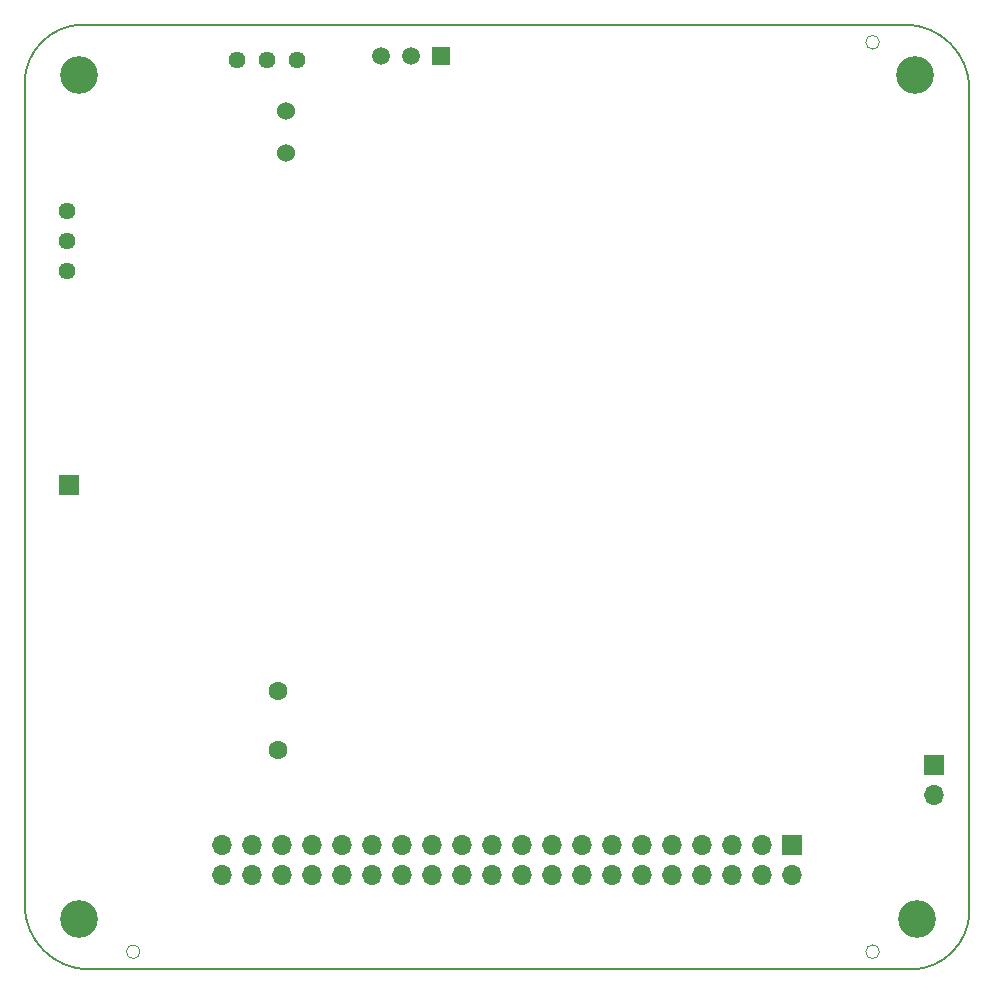
<source format=gbr>
G04 #@! TF.GenerationSoftware,KiCad,Pcbnew,7.0.11*
G04 #@! TF.CreationDate,2025-02-11T21:49:39-08:00*
G04 #@! TF.ProjectId,z3340,7a333334-302e-46b6-9963-61645f706362,0.9*
G04 #@! TF.SameCoordinates,PX5d9f491PY90fcb2f*
G04 #@! TF.FileFunction,Soldermask,Bot*
G04 #@! TF.FilePolarity,Negative*
%FSLAX46Y46*%
G04 Gerber Fmt 4.6, Leading zero omitted, Abs format (unit mm)*
G04 Created by KiCad (PCBNEW 7.0.11) date 2025-02-11 21:49:39*
%MOMM*%
%LPD*%
G01*
G04 APERTURE LIST*
%ADD10C,1.440000*%
%ADD11C,3.200000*%
%ADD12C,1.524000*%
%ADD13R,1.700000X1.700000*%
%ADD14O,1.700000X1.700000*%
%ADD15R,1.500000X1.500000*%
%ADD16C,1.500000*%
%ADD17C,1.600000*%
G04 #@! TA.AperFunction,Profile*
%ADD18C,0.150000*%
G04 #@! TD*
G04 #@! TA.AperFunction,Profile*
%ADD19C,0.050000*%
G04 #@! TD*
G04 APERTURE END LIST*
D10*
X4029999Y65879999D03*
X4029999Y63339999D03*
X4029999Y60799999D03*
X18479999Y78629999D03*
X21019999Y78629999D03*
X23559999Y78629999D03*
D11*
X76054999Y5929999D03*
X75854999Y77329999D03*
X5054999Y5929999D03*
X5054999Y77329999D03*
D12*
X22562499Y70729999D03*
X22562499Y74329999D03*
D13*
X65454999Y12129999D03*
D14*
X65454999Y9589999D03*
X62914999Y12129999D03*
X62914999Y9589999D03*
X60374999Y12129999D03*
X60374999Y9589999D03*
X57834999Y12129999D03*
X57834999Y9589999D03*
X55294999Y12129999D03*
X55294999Y9589999D03*
X52754999Y12129999D03*
X52754999Y9589999D03*
X50214999Y12129999D03*
X50214999Y9589999D03*
X47674999Y12129999D03*
X47674999Y9589999D03*
X45134999Y12129999D03*
X45134999Y9589999D03*
X42594999Y12129999D03*
X42594999Y9589999D03*
X40054999Y12129999D03*
X40054999Y9589999D03*
X37514999Y12129999D03*
X37514999Y9589999D03*
X34974999Y12129999D03*
X34974999Y9589999D03*
X32434999Y12129999D03*
X32434999Y9589999D03*
X29894999Y12129999D03*
X29894999Y9589999D03*
X27354999Y12129999D03*
X27354999Y9589999D03*
X24814999Y12129999D03*
X24814999Y9589999D03*
X22274999Y12129999D03*
X22274999Y9589999D03*
X19734999Y12129999D03*
X19734999Y9589999D03*
X17194999Y12129999D03*
X17194999Y9589999D03*
D15*
X35679999Y78929999D03*
D16*
X33139999Y78929999D03*
X30599999Y78929999D03*
D13*
X77429999Y18904999D03*
D14*
X77429999Y16364999D03*
D17*
X21929999Y20179999D03*
X21929999Y25179999D03*
D13*
X4179999Y42679999D03*
D18*
X454999Y7129999D02*
G75*
G03*
X5954999Y1629999I5500000J0D01*
G01*
X75454999Y1629999D02*
G75*
G03*
X80454999Y6629999I0J5000000D01*
G01*
X75454999Y1629999D02*
X5954999Y1629999D01*
X5454999Y81629999D02*
G75*
G03*
X454999Y76629999I0J-5000000D01*
G01*
X80454999Y76129999D02*
G75*
G03*
X74954999Y81629999I-5500000J0D01*
G01*
X5454999Y81629999D02*
X74954999Y81629999D01*
X80454999Y6629999D02*
X80454999Y76129999D01*
X454999Y76629999D02*
X454999Y7129999D01*
D19*
X10230999Y3129999D02*
G75*
G03*
X9078999Y3129999I-576000J0D01*
G01*
X9078999Y3129999D02*
G75*
G03*
X10230999Y3129999I576000J0D01*
G01*
X72830999Y80129999D02*
G75*
G03*
X71678999Y80129999I-576000J0D01*
G01*
X71678999Y80129999D02*
G75*
G03*
X72830999Y80129999I576000J0D01*
G01*
X72830999Y3129999D02*
G75*
G03*
X71678999Y3129999I-576000J0D01*
G01*
X71678999Y3129999D02*
G75*
G03*
X72830999Y3129999I576000J0D01*
G01*
M02*

</source>
